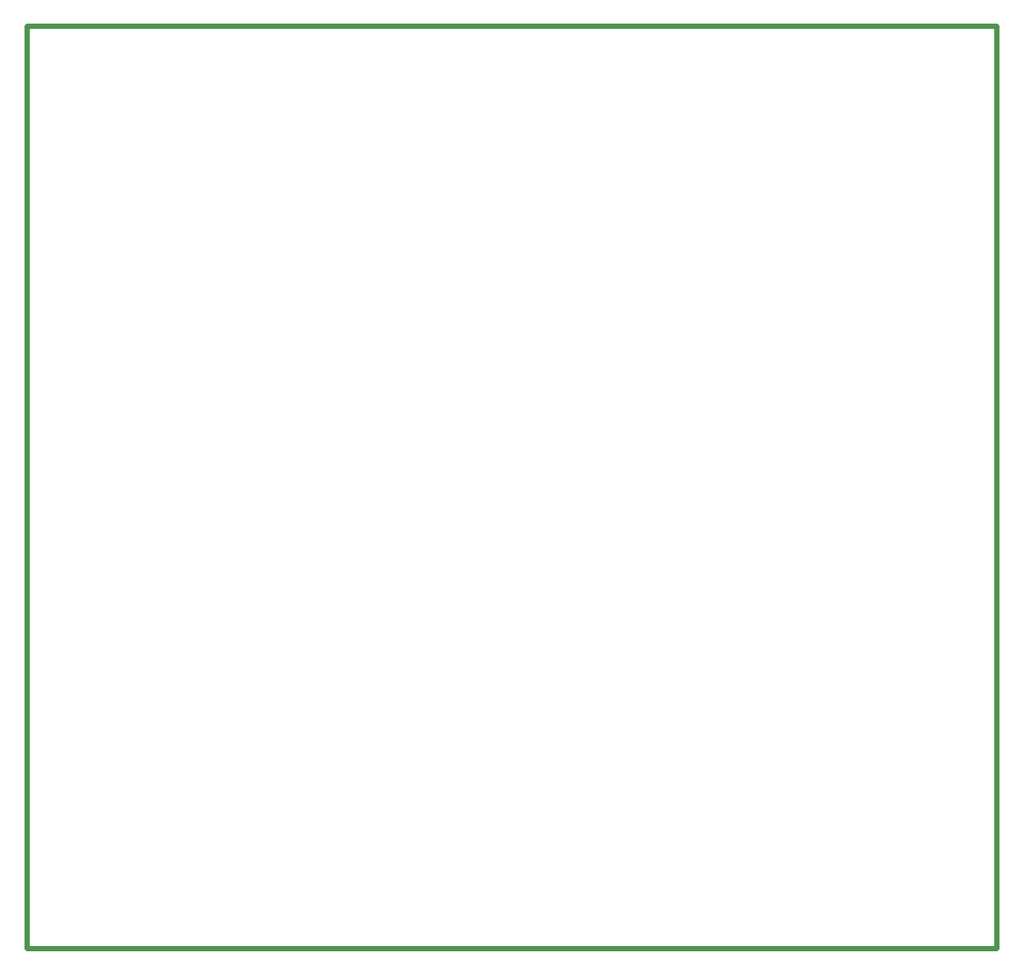
<source format=gbr>
%TF.GenerationSoftware,KiCad,Pcbnew,7.0.1*%
%TF.CreationDate,2023-05-16T20:26:06-05:00*%
%TF.ProjectId,SeneCurrent,53656e65-4375-4727-9265-6e742e6b6963,rev?*%
%TF.SameCoordinates,Original*%
%TF.FileFunction,Profile,NP*%
%FSLAX46Y46*%
G04 Gerber Fmt 4.6, Leading zero omitted, Abs format (unit mm)*
G04 Created by KiCad (PCBNEW 7.0.1) date 2023-05-16 20:26:06*
%MOMM*%
%LPD*%
G01*
G04 APERTURE LIST*
%TA.AperFunction,Profile*%
%ADD10C,0.500000*%
%TD*%
G04 APERTURE END LIST*
D10*
X51917600Y-40335200D02*
X145745200Y-40335200D01*
X145745200Y-129641600D01*
X51917600Y-129641600D01*
X51917600Y-40335200D01*
M02*

</source>
